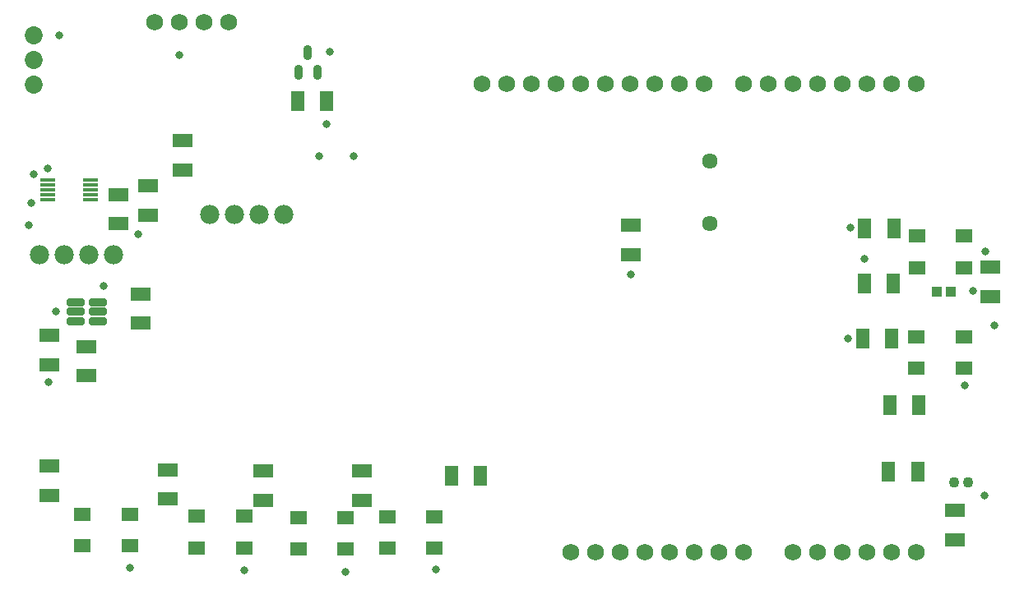
<source format=gts>
G04*
G04 #@! TF.GenerationSoftware,Altium Limited,Altium Designer,21.6.4 (81)*
G04*
G04 Layer_Color=8388736*
%FSLAX25Y25*%
%MOIN*%
G70*
G04*
G04 #@! TF.SameCoordinates,570C5102-FFD4-49C7-812D-166F0CB68569*
G04*
G04*
G04 #@! TF.FilePolarity,Negative*
G04*
G01*
G75*
%ADD23R,0.07000X0.05550*%
%ADD24R,0.07900X0.05200*%
%ADD25R,0.03950X0.03950*%
%ADD26R,0.05200X0.07900*%
G04:AMPARAMS|DCode=27|XSize=71.39mil|YSize=31.23mil|CornerRadius=6.9mil|HoleSize=0mil|Usage=FLASHONLY|Rotation=0.000|XOffset=0mil|YOffset=0mil|HoleType=Round|Shape=RoundedRectangle|*
%AMROUNDEDRECTD27*
21,1,0.07139,0.01742,0,0,0.0*
21,1,0.05758,0.03123,0,0,0.0*
1,1,0.01381,0.02879,-0.00871*
1,1,0.01381,-0.02879,-0.00871*
1,1,0.01381,-0.02879,0.00871*
1,1,0.01381,0.02879,0.00871*
%
%ADD27ROUNDEDRECTD27*%
%ADD28R,0.05909X0.01381*%
%ADD29R,0.05987X0.01381*%
G04:AMPARAMS|DCode=30|XSize=56.82mil|YSize=31.23mil|CornerRadius=9.81mil|HoleSize=0mil|Usage=FLASHONLY|Rotation=90.000|XOffset=0mil|YOffset=0mil|HoleType=Round|Shape=RoundedRectangle|*
%AMROUNDEDRECTD30*
21,1,0.05682,0.01161,0,0,90.0*
21,1,0.03720,0.03123,0,0,90.0*
1,1,0.01961,0.00581,0.01860*
1,1,0.01961,0.00581,-0.01860*
1,1,0.01961,-0.00581,-0.01860*
1,1,0.01961,-0.00581,0.01860*
%
%ADD30ROUNDEDRECTD30*%
%ADD31C,0.06800*%
%ADD32C,0.07800*%
%ADD33C,0.04343*%
%ADD34C,0.07296*%
%ADD35C,0.06343*%
%ADD36C,0.03300*%
D23*
X369400Y102650D02*
D03*
X388600D02*
D03*
X369400Y115350D02*
D03*
X388600D02*
D03*
X154900Y29650D02*
D03*
X174100D02*
D03*
X154900Y42350D02*
D03*
X174100D02*
D03*
X118900Y29150D02*
D03*
X138100D02*
D03*
X118900Y41850D02*
D03*
X138100D02*
D03*
X77800Y29800D02*
D03*
X97000D02*
D03*
X77800Y42500D02*
D03*
X97000D02*
D03*
X50600Y43350D02*
D03*
X31400D02*
D03*
X50600Y30650D02*
D03*
X31400D02*
D03*
X369500Y143450D02*
D03*
X388700D02*
D03*
X369500Y156150D02*
D03*
X388700D02*
D03*
D24*
X58000Y176500D02*
D03*
Y164700D02*
D03*
X54900Y132800D02*
D03*
Y121000D02*
D03*
X72000Y194900D02*
D03*
Y183100D02*
D03*
X253500Y160500D02*
D03*
Y148700D02*
D03*
X399200Y131700D02*
D03*
Y143500D02*
D03*
X33000Y99600D02*
D03*
Y111400D02*
D03*
X144500Y60900D02*
D03*
Y49100D02*
D03*
X104500Y60900D02*
D03*
Y49100D02*
D03*
X18000Y51100D02*
D03*
Y62900D02*
D03*
X66000Y49600D02*
D03*
Y61400D02*
D03*
X46000Y173000D02*
D03*
Y161200D02*
D03*
X385000Y33100D02*
D03*
Y44900D02*
D03*
X18000Y104100D02*
D03*
Y115900D02*
D03*
D25*
X377547Y133724D02*
D03*
X383453D02*
D03*
D26*
X359400Y114500D02*
D03*
X347600D02*
D03*
X360200Y159400D02*
D03*
X348400D02*
D03*
X181000Y59000D02*
D03*
X192800D02*
D03*
X370400Y87500D02*
D03*
X358600D02*
D03*
X369900Y60500D02*
D03*
X358100D02*
D03*
X360100Y137000D02*
D03*
X348300D02*
D03*
X130400Y211000D02*
D03*
X118600D02*
D03*
D27*
X28492Y129248D02*
D03*
Y125508D02*
D03*
Y121768D02*
D03*
X37508D02*
D03*
Y125508D02*
D03*
Y129248D02*
D03*
D28*
X17339Y178937D02*
D03*
D29*
Y176969D02*
D03*
Y175000D02*
D03*
Y173031D02*
D03*
Y171063D02*
D03*
X34661D02*
D03*
Y173031D02*
D03*
Y175000D02*
D03*
Y176969D02*
D03*
Y178937D02*
D03*
D30*
X119020Y222500D02*
D03*
X126500D02*
D03*
X122760Y230808D02*
D03*
D31*
X319300Y28100D02*
D03*
X329300D02*
D03*
X339300D02*
D03*
X349300D02*
D03*
X369300D02*
D03*
X359300D02*
D03*
X299300Y218100D02*
D03*
X309300D02*
D03*
X319300D02*
D03*
X329300D02*
D03*
X339300D02*
D03*
X349300D02*
D03*
X359300D02*
D03*
X369300D02*
D03*
X299300Y28100D02*
D03*
X289300D02*
D03*
X279300D02*
D03*
X269300D02*
D03*
X259300D02*
D03*
X249300D02*
D03*
X239300D02*
D03*
X229300D02*
D03*
X193300Y218100D02*
D03*
X203300D02*
D03*
X213300D02*
D03*
X223300D02*
D03*
X233300D02*
D03*
X243300D02*
D03*
X253300D02*
D03*
X263300D02*
D03*
X273300D02*
D03*
X283300D02*
D03*
X90500Y243000D02*
D03*
X80500D02*
D03*
X70500D02*
D03*
X60500D02*
D03*
D03*
D32*
X93000Y165000D02*
D03*
X83000D02*
D03*
X113000D02*
D03*
X103000D02*
D03*
X34000Y148500D02*
D03*
X44000D02*
D03*
X14000D02*
D03*
X24000D02*
D03*
D33*
X390256Y56228D02*
D03*
X384744D02*
D03*
D34*
X11500Y237500D02*
D03*
Y227500D02*
D03*
Y217500D02*
D03*
D35*
X285500Y161205D02*
D03*
Y186795D02*
D03*
D36*
X141200Y188700D02*
D03*
X342700Y159600D02*
D03*
X400900Y120000D02*
D03*
X9800Y160500D02*
D03*
X10600Y169500D02*
D03*
X17400Y183500D02*
D03*
X11800Y181300D02*
D03*
X397300Y150100D02*
D03*
X127200Y188500D02*
D03*
X392400Y134000D02*
D03*
X20500Y125500D02*
D03*
X54000Y157000D02*
D03*
X341500Y114500D02*
D03*
X397000Y51000D02*
D03*
X17500Y97000D02*
D03*
X253750Y140750D02*
D03*
X130400Y201600D02*
D03*
X131500Y231000D02*
D03*
X389000Y95500D02*
D03*
X348200Y147000D02*
D03*
X138000Y20000D02*
D03*
X174500Y21000D02*
D03*
X97000Y20500D02*
D03*
X50500Y21500D02*
D03*
X40000Y136000D02*
D03*
X70500Y229500D02*
D03*
X22000Y237500D02*
D03*
M02*

</source>
